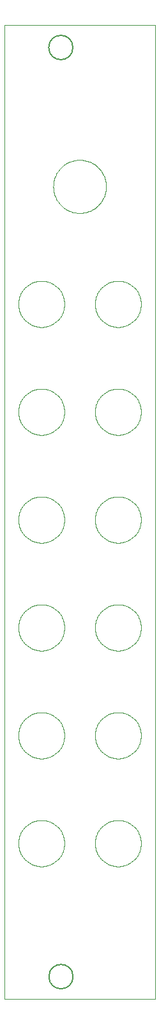
<source format=gbr>
%TF.GenerationSoftware,KiCad,Pcbnew,8.0.2*%
%TF.CreationDate,2025-07-19T14:21:41-07:00*%
%TF.ProjectId,ResFFB - Panel,52657346-4642-4202-9d20-50616e656c2e,rev?*%
%TF.SameCoordinates,Original*%
%TF.FileFunction,Profile,NP*%
%FSLAX46Y46*%
G04 Gerber Fmt 4.6, Leading zero omitted, Abs format (unit mm)*
G04 Created by KiCad (PCBNEW 8.0.2) date 2025-07-19 14:21:41*
%MOMM*%
%LPD*%
G01*
G04 APERTURE LIST*
%TA.AperFunction,Profile*%
%ADD10C,0.088194*%
%TD*%
%TA.AperFunction,Profile*%
%ADD11C,0.126999*%
%TD*%
%TA.AperFunction,Profile*%
%ADD12C,0.200000*%
%TD*%
G04 APERTURE END LIST*
D10*
X116838280Y-135382436D02*
X116993250Y-135394220D01*
X117145966Y-135413626D01*
X117296238Y-135440461D01*
X117443873Y-135474535D01*
X117588680Y-135515656D01*
X117730467Y-135563631D01*
X117869041Y-135618270D01*
X118004213Y-135679380D01*
X118135789Y-135746769D01*
X118263577Y-135820246D01*
X118387388Y-135899619D01*
X118507027Y-135984697D01*
X118622304Y-136075287D01*
X118733028Y-136171198D01*
X118839005Y-136272238D01*
X118940046Y-136378216D01*
X119035957Y-136488939D01*
X119126547Y-136604217D01*
X119211624Y-136723856D01*
X119290998Y-136847666D01*
X119364475Y-136975455D01*
X119431864Y-137107030D01*
X119492973Y-137242201D01*
X119547612Y-137380775D01*
X119595587Y-137522562D01*
X119636707Y-137667368D01*
X119670781Y-137815002D01*
X119697617Y-137965273D01*
X119717023Y-138117989D01*
X119728807Y-138272958D01*
X119732778Y-138429989D01*
X119728807Y-138587020D01*
X119717023Y-138741990D01*
X119697617Y-138894706D01*
X119670781Y-139044978D01*
X119636707Y-139192613D01*
X119595587Y-139337420D01*
X119547612Y-139479206D01*
X119492973Y-139617781D01*
X119431864Y-139752952D01*
X119364475Y-139884527D01*
X119290998Y-140012316D01*
X119211624Y-140136126D01*
X119126547Y-140255765D01*
X119035957Y-140371042D01*
X118940046Y-140481766D01*
X118839005Y-140587743D01*
X118733028Y-140688783D01*
X118622304Y-140784694D01*
X118507027Y-140875284D01*
X118387388Y-140960361D01*
X118263577Y-141039734D01*
X118135789Y-141113211D01*
X118004213Y-141180600D01*
X117869041Y-141241709D01*
X117730467Y-141296347D01*
X117588680Y-141344322D01*
X117443873Y-141385443D01*
X117296238Y-141419517D01*
X117145966Y-141446352D01*
X116993250Y-141465758D01*
X116838280Y-141477542D01*
X116681249Y-141481513D01*
X116524218Y-141477542D01*
X116369248Y-141465758D01*
X116216531Y-141446352D01*
X116066260Y-141419517D01*
X115918625Y-141385443D01*
X115773818Y-141344322D01*
X115632031Y-141296347D01*
X115493457Y-141241709D01*
X115358285Y-141180600D01*
X115226710Y-141113211D01*
X115098921Y-141039734D01*
X114975111Y-140960361D01*
X114855471Y-140875284D01*
X114740194Y-140784694D01*
X114629471Y-140688783D01*
X114523493Y-140587743D01*
X114422453Y-140481766D01*
X114326542Y-140371042D01*
X114235952Y-140255765D01*
X114150874Y-140136126D01*
X114071501Y-140012316D01*
X113998024Y-139884527D01*
X113930635Y-139752952D01*
X113869525Y-139617781D01*
X113814887Y-139479206D01*
X113766912Y-139337420D01*
X113725791Y-139192613D01*
X113691717Y-139044978D01*
X113664882Y-138894706D01*
X113645476Y-138741990D01*
X113633692Y-138587020D01*
X113629721Y-138429989D01*
X113633692Y-138272958D01*
X113645476Y-138117989D01*
X113664882Y-137965273D01*
X113691717Y-137815002D01*
X113725791Y-137667368D01*
X113766912Y-137522562D01*
X113814887Y-137380775D01*
X113869525Y-137242201D01*
X113930635Y-137107030D01*
X113998024Y-136975455D01*
X114071501Y-136847666D01*
X114150874Y-136723856D01*
X114235952Y-136604217D01*
X114326542Y-136488939D01*
X114422453Y-136378216D01*
X114523493Y-136272238D01*
X114629471Y-136171198D01*
X114740194Y-136075287D01*
X114855471Y-135984697D01*
X114975111Y-135899619D01*
X115098921Y-135820246D01*
X115226710Y-135746769D01*
X115358285Y-135679380D01*
X115493457Y-135618270D01*
X115632031Y-135563631D01*
X115773818Y-135515656D01*
X115918625Y-135474535D01*
X116066260Y-135440461D01*
X116216531Y-135413626D01*
X116369248Y-135394220D01*
X116524218Y-135382436D01*
X116681249Y-135378465D01*
X116838280Y-135382436D01*
D11*
X121598971Y-158979295D02*
X101600000Y-158979295D01*
X101600000Y-30480000D01*
X121598971Y-30480000D01*
X121598971Y-158979295D01*
D10*
X106678281Y-78486439D02*
X106833251Y-78498223D01*
X106985967Y-78517629D01*
X107136239Y-78544465D01*
X107283874Y-78578539D01*
X107428681Y-78619659D01*
X107570467Y-78667634D01*
X107709042Y-78722272D01*
X107844213Y-78783382D01*
X107975789Y-78850771D01*
X108103578Y-78924248D01*
X108227388Y-79003620D01*
X108347027Y-79088698D01*
X108462305Y-79179288D01*
X108573028Y-79275198D01*
X108679005Y-79376238D01*
X108780046Y-79482216D01*
X108875957Y-79592939D01*
X108966547Y-79708216D01*
X109051624Y-79827855D01*
X109130997Y-79951665D01*
X109204474Y-80079454D01*
X109271863Y-80211030D01*
X109332973Y-80346201D01*
X109387611Y-80484775D01*
X109435586Y-80626562D01*
X109476707Y-80771368D01*
X109510781Y-80919003D01*
X109537617Y-81069275D01*
X109557022Y-81221992D01*
X109568807Y-81376961D01*
X109572777Y-81533993D01*
X109568807Y-81691024D01*
X109557022Y-81845995D01*
X109537617Y-81998712D01*
X109510781Y-82148984D01*
X109476707Y-82296619D01*
X109435586Y-82441426D01*
X109387611Y-82583213D01*
X109332973Y-82721788D01*
X109271863Y-82856959D01*
X109204474Y-82988535D01*
X109130997Y-83116324D01*
X109051624Y-83240134D01*
X108966547Y-83359773D01*
X108875957Y-83475051D01*
X108780046Y-83585774D01*
X108679005Y-83691751D01*
X108573028Y-83792791D01*
X108462305Y-83888702D01*
X108347027Y-83979292D01*
X108227388Y-84064370D01*
X108103578Y-84143743D01*
X107975789Y-84217220D01*
X107844213Y-84284609D01*
X107709042Y-84345718D01*
X107570467Y-84400356D01*
X107428681Y-84448331D01*
X107283874Y-84489452D01*
X107136239Y-84523526D01*
X106985967Y-84550361D01*
X106833251Y-84569767D01*
X106678281Y-84581551D01*
X106521250Y-84585522D01*
X106364219Y-84581551D01*
X106209249Y-84569767D01*
X106056532Y-84550361D01*
X105906261Y-84523526D01*
X105758626Y-84489452D01*
X105613819Y-84448331D01*
X105472032Y-84400356D01*
X105333458Y-84345718D01*
X105198286Y-84284609D01*
X105066711Y-84217220D01*
X104938922Y-84143743D01*
X104815112Y-84064370D01*
X104695472Y-83979292D01*
X104580195Y-83888702D01*
X104469472Y-83792791D01*
X104363494Y-83691751D01*
X104262454Y-83585774D01*
X104166543Y-83475051D01*
X104075953Y-83359773D01*
X103990875Y-83240134D01*
X103911502Y-83116324D01*
X103838025Y-82988535D01*
X103770636Y-82856959D01*
X103709526Y-82721788D01*
X103654888Y-82583213D01*
X103606913Y-82441426D01*
X103565792Y-82296619D01*
X103531718Y-82148984D01*
X103504883Y-81998712D01*
X103485477Y-81845995D01*
X103473693Y-81691024D01*
X103469722Y-81533993D01*
X103473693Y-81376961D01*
X103485477Y-81221992D01*
X103504883Y-81069275D01*
X103531718Y-80919003D01*
X103565792Y-80771368D01*
X103606913Y-80626562D01*
X103654888Y-80484775D01*
X103709526Y-80346201D01*
X103770636Y-80211030D01*
X103838025Y-80079454D01*
X103911502Y-79951665D01*
X103990875Y-79827855D01*
X104075953Y-79708216D01*
X104166543Y-79592939D01*
X104262454Y-79482216D01*
X104363494Y-79376238D01*
X104469472Y-79275198D01*
X104580195Y-79179288D01*
X104695472Y-79088698D01*
X104815112Y-79003620D01*
X104938922Y-78924248D01*
X105066711Y-78850771D01*
X105198286Y-78783382D01*
X105333458Y-78722272D01*
X105472032Y-78667634D01*
X105613819Y-78619659D01*
X105758626Y-78578539D01*
X105906261Y-78544465D01*
X106056532Y-78517629D01*
X106209249Y-78498223D01*
X106364219Y-78486439D01*
X106521250Y-78482469D01*
X106678281Y-78486439D01*
X116838280Y-78486439D02*
X116993250Y-78498223D01*
X117145966Y-78517629D01*
X117296238Y-78544465D01*
X117443873Y-78578539D01*
X117588680Y-78619659D01*
X117730467Y-78667634D01*
X117869041Y-78722272D01*
X118004213Y-78783382D01*
X118135789Y-78850771D01*
X118263577Y-78924248D01*
X118387388Y-79003620D01*
X118507027Y-79088698D01*
X118622304Y-79179288D01*
X118733028Y-79275198D01*
X118839005Y-79376238D01*
X118940046Y-79482216D01*
X119035957Y-79592939D01*
X119126547Y-79708216D01*
X119211624Y-79827855D01*
X119290998Y-79951665D01*
X119364475Y-80079454D01*
X119431864Y-80211030D01*
X119492973Y-80346201D01*
X119547612Y-80484775D01*
X119595587Y-80626562D01*
X119636707Y-80771368D01*
X119670781Y-80919003D01*
X119697617Y-81069275D01*
X119717023Y-81221992D01*
X119728807Y-81376961D01*
X119732778Y-81533993D01*
X119728807Y-81691024D01*
X119717023Y-81845995D01*
X119697617Y-81998712D01*
X119670781Y-82148984D01*
X119636707Y-82296619D01*
X119595587Y-82441426D01*
X119547612Y-82583213D01*
X119492973Y-82721788D01*
X119431864Y-82856959D01*
X119364475Y-82988535D01*
X119290998Y-83116324D01*
X119211624Y-83240134D01*
X119126547Y-83359773D01*
X119035957Y-83475051D01*
X118940046Y-83585774D01*
X118839005Y-83691751D01*
X118733028Y-83792791D01*
X118622304Y-83888702D01*
X118507027Y-83979292D01*
X118387388Y-84064370D01*
X118263577Y-84143743D01*
X118135789Y-84217220D01*
X118004213Y-84284609D01*
X117869041Y-84345718D01*
X117730467Y-84400356D01*
X117588680Y-84448331D01*
X117443873Y-84489452D01*
X117296238Y-84523526D01*
X117145966Y-84550361D01*
X116993250Y-84569767D01*
X116838280Y-84581551D01*
X116681249Y-84585522D01*
X116524218Y-84581551D01*
X116369248Y-84569767D01*
X116216531Y-84550361D01*
X116066260Y-84523526D01*
X115918625Y-84489452D01*
X115773818Y-84448331D01*
X115632031Y-84400356D01*
X115493457Y-84345718D01*
X115358285Y-84284609D01*
X115226710Y-84217220D01*
X115098921Y-84143743D01*
X114975111Y-84064370D01*
X114855471Y-83979292D01*
X114740194Y-83888702D01*
X114629471Y-83792791D01*
X114523493Y-83691751D01*
X114422453Y-83585774D01*
X114326542Y-83475051D01*
X114235952Y-83359773D01*
X114150874Y-83240134D01*
X114071501Y-83116324D01*
X113998024Y-82988535D01*
X113930635Y-82856959D01*
X113869525Y-82721788D01*
X113814887Y-82583213D01*
X113766912Y-82441426D01*
X113725791Y-82296619D01*
X113691717Y-82148984D01*
X113664882Y-81998712D01*
X113645476Y-81845995D01*
X113633692Y-81691024D01*
X113629721Y-81533993D01*
X113633692Y-81376961D01*
X113645476Y-81221992D01*
X113664882Y-81069275D01*
X113691717Y-80919003D01*
X113725791Y-80771368D01*
X113766912Y-80626562D01*
X113814887Y-80484775D01*
X113869525Y-80346201D01*
X113930635Y-80211030D01*
X113998024Y-80079454D01*
X114071501Y-79951665D01*
X114150874Y-79827855D01*
X114235952Y-79708216D01*
X114326542Y-79592939D01*
X114422453Y-79482216D01*
X114523493Y-79376238D01*
X114629471Y-79275198D01*
X114740194Y-79179288D01*
X114855471Y-79088698D01*
X114975111Y-79003620D01*
X115098921Y-78924248D01*
X115226710Y-78850771D01*
X115358285Y-78783382D01*
X115493457Y-78722272D01*
X115632031Y-78667634D01*
X115773818Y-78619659D01*
X115918625Y-78578539D01*
X116066260Y-78544465D01*
X116216531Y-78517629D01*
X116369248Y-78498223D01*
X116524218Y-78486439D01*
X116681249Y-78482469D01*
X116838280Y-78486439D01*
X106678281Y-92710444D02*
X106833251Y-92722228D01*
X106985967Y-92741633D01*
X107136239Y-92768469D01*
X107283874Y-92802543D01*
X107428681Y-92843663D01*
X107570467Y-92891638D01*
X107709042Y-92946276D01*
X107844213Y-93007386D01*
X107975789Y-93074775D01*
X108103578Y-93148252D01*
X108227388Y-93227625D01*
X108347027Y-93312702D01*
X108462305Y-93403292D01*
X108573028Y-93499203D01*
X108679005Y-93600243D01*
X108780046Y-93706220D01*
X108875957Y-93816943D01*
X108966547Y-93932220D01*
X109051624Y-94051860D01*
X109130997Y-94175669D01*
X109204474Y-94303458D01*
X109271863Y-94435034D01*
X109332973Y-94570205D01*
X109387611Y-94708779D01*
X109435586Y-94850566D01*
X109476707Y-94995372D01*
X109510781Y-95143007D01*
X109537617Y-95293279D01*
X109557022Y-95445996D01*
X109568807Y-95600966D01*
X109572777Y-95757997D01*
X109568807Y-95915028D01*
X109557022Y-96069998D01*
X109537617Y-96222714D01*
X109510781Y-96372986D01*
X109476707Y-96520621D01*
X109435586Y-96665428D01*
X109387611Y-96807214D01*
X109332973Y-96945789D01*
X109271863Y-97080960D01*
X109204474Y-97212536D01*
X109130997Y-97340324D01*
X109051624Y-97464134D01*
X108966547Y-97583773D01*
X108875957Y-97699050D01*
X108780046Y-97809774D01*
X108679005Y-97915751D01*
X108573028Y-98016791D01*
X108462305Y-98112702D01*
X108347027Y-98203292D01*
X108227388Y-98288369D01*
X108103578Y-98367742D01*
X107975789Y-98441219D01*
X107844213Y-98508608D01*
X107709042Y-98569717D01*
X107570467Y-98624355D01*
X107428681Y-98672330D01*
X107283874Y-98713451D01*
X107136239Y-98747525D01*
X106985967Y-98774360D01*
X106833251Y-98793766D01*
X106678281Y-98805550D01*
X106521250Y-98809521D01*
X106364219Y-98805550D01*
X106209249Y-98793766D01*
X106056532Y-98774360D01*
X105906261Y-98747525D01*
X105758626Y-98713451D01*
X105613819Y-98672330D01*
X105472032Y-98624355D01*
X105333458Y-98569717D01*
X105198286Y-98508608D01*
X105066711Y-98441219D01*
X104938922Y-98367742D01*
X104815112Y-98288369D01*
X104695472Y-98203292D01*
X104580195Y-98112702D01*
X104469472Y-98016791D01*
X104363494Y-97915751D01*
X104262454Y-97809774D01*
X104166543Y-97699050D01*
X104075953Y-97583773D01*
X103990875Y-97464134D01*
X103911502Y-97340324D01*
X103838025Y-97212536D01*
X103770636Y-97080960D01*
X103709526Y-96945789D01*
X103654888Y-96807214D01*
X103606913Y-96665428D01*
X103565792Y-96520621D01*
X103531718Y-96372986D01*
X103504883Y-96222714D01*
X103485477Y-96069998D01*
X103473693Y-95915028D01*
X103469722Y-95757997D01*
X103473693Y-95600966D01*
X103485477Y-95445996D01*
X103504883Y-95293279D01*
X103531718Y-95143007D01*
X103565792Y-94995372D01*
X103606913Y-94850566D01*
X103654888Y-94708779D01*
X103709526Y-94570205D01*
X103770636Y-94435034D01*
X103838025Y-94303458D01*
X103911502Y-94175669D01*
X103990875Y-94051860D01*
X104075953Y-93932220D01*
X104166543Y-93816943D01*
X104262454Y-93706220D01*
X104363494Y-93600243D01*
X104469472Y-93499203D01*
X104580195Y-93403292D01*
X104695472Y-93312702D01*
X104815112Y-93227625D01*
X104938922Y-93148252D01*
X105066711Y-93074775D01*
X105198286Y-93007386D01*
X105333458Y-92946276D01*
X105472032Y-92891638D01*
X105613819Y-92843663D01*
X105758626Y-92802543D01*
X105906261Y-92768469D01*
X106056532Y-92741633D01*
X106209249Y-92722228D01*
X106364219Y-92710444D01*
X106521250Y-92706473D01*
X106678281Y-92710444D01*
X106678281Y-106934437D02*
X106833251Y-106946222D01*
X106985967Y-106965627D01*
X107136239Y-106992463D01*
X107283874Y-107026537D01*
X107428681Y-107067657D01*
X107570467Y-107115632D01*
X107709042Y-107170270D01*
X107844213Y-107231380D01*
X107975789Y-107298769D01*
X108103578Y-107372246D01*
X108227388Y-107451619D01*
X108347027Y-107536696D01*
X108462305Y-107627286D01*
X108573028Y-107723197D01*
X108679005Y-107824237D01*
X108780046Y-107930215D01*
X108875957Y-108040938D01*
X108966547Y-108156215D01*
X109051624Y-108275855D01*
X109130997Y-108399665D01*
X109204474Y-108527454D01*
X109271863Y-108659030D01*
X109332973Y-108794201D01*
X109387611Y-108932776D01*
X109435586Y-109074563D01*
X109476707Y-109219369D01*
X109510781Y-109367005D01*
X109537617Y-109517277D01*
X109557022Y-109669994D01*
X109568807Y-109824964D01*
X109572777Y-109981996D01*
X109568807Y-110139027D01*
X109557022Y-110293997D01*
X109537617Y-110446713D01*
X109510781Y-110596985D01*
X109476707Y-110744620D01*
X109435586Y-110889427D01*
X109387611Y-111031213D01*
X109332973Y-111169788D01*
X109271863Y-111304959D01*
X109204474Y-111436535D01*
X109130997Y-111564323D01*
X109051624Y-111688133D01*
X108966547Y-111807772D01*
X108875957Y-111923050D01*
X108780046Y-112033773D01*
X108679005Y-112139750D01*
X108573028Y-112240790D01*
X108462305Y-112336701D01*
X108347027Y-112427291D01*
X108227388Y-112512368D01*
X108103578Y-112591741D01*
X107975789Y-112665218D01*
X107844213Y-112732607D01*
X107709042Y-112793716D01*
X107570467Y-112848354D01*
X107428681Y-112896329D01*
X107283874Y-112937450D01*
X107136239Y-112971524D01*
X106985967Y-112998359D01*
X106833251Y-113017765D01*
X106678281Y-113029549D01*
X106521250Y-113033520D01*
X106364219Y-113029549D01*
X106209249Y-113017765D01*
X106056532Y-112998359D01*
X105906261Y-112971524D01*
X105758626Y-112937450D01*
X105613819Y-112896329D01*
X105472032Y-112848354D01*
X105333458Y-112793716D01*
X105198286Y-112732607D01*
X105066711Y-112665218D01*
X104938922Y-112591741D01*
X104815112Y-112512368D01*
X104695472Y-112427291D01*
X104580195Y-112336701D01*
X104469472Y-112240790D01*
X104363494Y-112139750D01*
X104262454Y-112033773D01*
X104166543Y-111923050D01*
X104075953Y-111807772D01*
X103990875Y-111688133D01*
X103911502Y-111564323D01*
X103838025Y-111436535D01*
X103770636Y-111304959D01*
X103709526Y-111169788D01*
X103654888Y-111031213D01*
X103606913Y-110889427D01*
X103565792Y-110744620D01*
X103531718Y-110596985D01*
X103504883Y-110446713D01*
X103485477Y-110293997D01*
X103473693Y-110139027D01*
X103469722Y-109981996D01*
X103473693Y-109824964D01*
X103485477Y-109669994D01*
X103504883Y-109517277D01*
X103531718Y-109367005D01*
X103565792Y-109219369D01*
X103606913Y-109074563D01*
X103654888Y-108932776D01*
X103709526Y-108794201D01*
X103770636Y-108659030D01*
X103838025Y-108527454D01*
X103911502Y-108399665D01*
X103990875Y-108275855D01*
X104075953Y-108156215D01*
X104166543Y-108040938D01*
X104262454Y-107930215D01*
X104363494Y-107824237D01*
X104469472Y-107723197D01*
X104580195Y-107627286D01*
X104695472Y-107536696D01*
X104815112Y-107451619D01*
X104938922Y-107372246D01*
X105066711Y-107298769D01*
X105198286Y-107231380D01*
X105333458Y-107170270D01*
X105472032Y-107115632D01*
X105613819Y-107067657D01*
X105758626Y-107026537D01*
X105906261Y-106992463D01*
X106056532Y-106965627D01*
X106209249Y-106946222D01*
X106364219Y-106934437D01*
X106521250Y-106930467D01*
X106678281Y-106934437D01*
X106678281Y-64262440D02*
X106833251Y-64274225D01*
X106985967Y-64293630D01*
X107136239Y-64320466D01*
X107283874Y-64354540D01*
X107428681Y-64395661D01*
X107570467Y-64443636D01*
X107709042Y-64498274D01*
X107844213Y-64559384D01*
X107975789Y-64626773D01*
X108103578Y-64700250D01*
X108227388Y-64779624D01*
X108347027Y-64864701D01*
X108462305Y-64955291D01*
X108573028Y-65051203D01*
X108679005Y-65152243D01*
X108780046Y-65258221D01*
X108875957Y-65368944D01*
X108966547Y-65484221D01*
X109051624Y-65603861D01*
X109130997Y-65727671D01*
X109204474Y-65855460D01*
X109271863Y-65987036D01*
X109332973Y-66122207D01*
X109387611Y-66260782D01*
X109435587Y-66402568D01*
X109476707Y-66547375D01*
X109510781Y-66695010D01*
X109537617Y-66845282D01*
X109557022Y-66997998D01*
X109568807Y-67152968D01*
X109572777Y-67309999D01*
X109568807Y-67467030D01*
X109557022Y-67621999D01*
X109537617Y-67774716D01*
X109510781Y-67924988D01*
X109476707Y-68072623D01*
X109435587Y-68217429D01*
X109387611Y-68359216D01*
X109332973Y-68497790D01*
X109271863Y-68632962D01*
X109204474Y-68764538D01*
X109130997Y-68892326D01*
X109051624Y-69016136D01*
X108966547Y-69135776D01*
X108875957Y-69251053D01*
X108780046Y-69361777D01*
X108679005Y-69467755D01*
X108573028Y-69568795D01*
X108462305Y-69664706D01*
X108347027Y-69755296D01*
X108227388Y-69840374D01*
X108103578Y-69919747D01*
X107975789Y-69993224D01*
X107844213Y-70060613D01*
X107709042Y-70121723D01*
X107570467Y-70176361D01*
X107428681Y-70224337D01*
X107283874Y-70265457D01*
X107136239Y-70299531D01*
X106985967Y-70326367D01*
X106833251Y-70345773D01*
X106678281Y-70357557D01*
X106521250Y-70361528D01*
X106364219Y-70357557D01*
X106209249Y-70345773D01*
X106056532Y-70326367D01*
X105906261Y-70299531D01*
X105758626Y-70265457D01*
X105613819Y-70224337D01*
X105472032Y-70176361D01*
X105333458Y-70121723D01*
X105198286Y-70060613D01*
X105066711Y-69993224D01*
X104938922Y-69919747D01*
X104815112Y-69840374D01*
X104695472Y-69755296D01*
X104580195Y-69664706D01*
X104469472Y-69568795D01*
X104363494Y-69467755D01*
X104262454Y-69361777D01*
X104166543Y-69251053D01*
X104075953Y-69135776D01*
X103990875Y-69016136D01*
X103911502Y-68892326D01*
X103838025Y-68764538D01*
X103770636Y-68632962D01*
X103709526Y-68497790D01*
X103654888Y-68359216D01*
X103606913Y-68217429D01*
X103565792Y-68072623D01*
X103531718Y-67924988D01*
X103504883Y-67774716D01*
X103485477Y-67621999D01*
X103473693Y-67467030D01*
X103469722Y-67309999D01*
X103473693Y-67152968D01*
X103485477Y-66997998D01*
X103504883Y-66845282D01*
X103531718Y-66695010D01*
X103565792Y-66547375D01*
X103606913Y-66402568D01*
X103654888Y-66260782D01*
X103709526Y-66122207D01*
X103770636Y-65987036D01*
X103838025Y-65855460D01*
X103911502Y-65727671D01*
X103990875Y-65603861D01*
X104075953Y-65484221D01*
X104166543Y-65368944D01*
X104262454Y-65258221D01*
X104363494Y-65152243D01*
X104469472Y-65051203D01*
X104580195Y-64955291D01*
X104695472Y-64864701D01*
X104815112Y-64779624D01*
X104938922Y-64700250D01*
X105066711Y-64626773D01*
X105198286Y-64559384D01*
X105333458Y-64498274D01*
X105472032Y-64443636D01*
X105613819Y-64395661D01*
X105758626Y-64354540D01*
X105906261Y-64320466D01*
X106056532Y-64293630D01*
X106209249Y-64274225D01*
X106364219Y-64262440D01*
X106521250Y-64258470D01*
X106678281Y-64262440D01*
X116838280Y-64262440D02*
X116993250Y-64274225D01*
X117145966Y-64293630D01*
X117296238Y-64320466D01*
X117443873Y-64354540D01*
X117588680Y-64395661D01*
X117730467Y-64443636D01*
X117869041Y-64498274D01*
X118004213Y-64559384D01*
X118135789Y-64626773D01*
X118263577Y-64700250D01*
X118387388Y-64779624D01*
X118507027Y-64864701D01*
X118622304Y-64955291D01*
X118733028Y-65051203D01*
X118839005Y-65152243D01*
X118940046Y-65258221D01*
X119035957Y-65368944D01*
X119126547Y-65484221D01*
X119211624Y-65603861D01*
X119290998Y-65727671D01*
X119364475Y-65855460D01*
X119431864Y-65987036D01*
X119492973Y-66122207D01*
X119547612Y-66260782D01*
X119595587Y-66402568D01*
X119636707Y-66547375D01*
X119670781Y-66695010D01*
X119697617Y-66845282D01*
X119717023Y-66997998D01*
X119728807Y-67152968D01*
X119732778Y-67309999D01*
X119728807Y-67467030D01*
X119717023Y-67621999D01*
X119697617Y-67774716D01*
X119670781Y-67924988D01*
X119636707Y-68072623D01*
X119595587Y-68217429D01*
X119547612Y-68359216D01*
X119492973Y-68497790D01*
X119431864Y-68632962D01*
X119364475Y-68764538D01*
X119290998Y-68892326D01*
X119211624Y-69016136D01*
X119126547Y-69135776D01*
X119035957Y-69251053D01*
X118940046Y-69361777D01*
X118839005Y-69467755D01*
X118733028Y-69568795D01*
X118622304Y-69664706D01*
X118507027Y-69755296D01*
X118387388Y-69840374D01*
X118263577Y-69919747D01*
X118135789Y-69993224D01*
X118004213Y-70060613D01*
X117869041Y-70121723D01*
X117730467Y-70176361D01*
X117588680Y-70224337D01*
X117443873Y-70265457D01*
X117296238Y-70299531D01*
X117145966Y-70326367D01*
X116993250Y-70345773D01*
X116838280Y-70357557D01*
X116681249Y-70361528D01*
X116524218Y-70357557D01*
X116369248Y-70345773D01*
X116216531Y-70326367D01*
X116066260Y-70299531D01*
X115918625Y-70265457D01*
X115773818Y-70224337D01*
X115632031Y-70176361D01*
X115493457Y-70121723D01*
X115358285Y-70060613D01*
X115226710Y-69993224D01*
X115098921Y-69919747D01*
X114975111Y-69840374D01*
X114855471Y-69755296D01*
X114740194Y-69664706D01*
X114629471Y-69568795D01*
X114523493Y-69467755D01*
X114422453Y-69361777D01*
X114326542Y-69251053D01*
X114235952Y-69135776D01*
X114150874Y-69016136D01*
X114071501Y-68892326D01*
X113998024Y-68764538D01*
X113930635Y-68632962D01*
X113869525Y-68497790D01*
X113814887Y-68359216D01*
X113766912Y-68217429D01*
X113725791Y-68072623D01*
X113691717Y-67924988D01*
X113664882Y-67774716D01*
X113645476Y-67621999D01*
X113633692Y-67467030D01*
X113629721Y-67309999D01*
X113633692Y-67152968D01*
X113645476Y-66997998D01*
X113664882Y-66845282D01*
X113691717Y-66695010D01*
X113725791Y-66547375D01*
X113766912Y-66402568D01*
X113814887Y-66260782D01*
X113869525Y-66122207D01*
X113930635Y-65987036D01*
X113998024Y-65855460D01*
X114071501Y-65727671D01*
X114150874Y-65603861D01*
X114235952Y-65484221D01*
X114326542Y-65368944D01*
X114422453Y-65258221D01*
X114523493Y-65152243D01*
X114629471Y-65051203D01*
X114740194Y-64955291D01*
X114855471Y-64864701D01*
X114975111Y-64779624D01*
X115098921Y-64700250D01*
X115226710Y-64626773D01*
X115358285Y-64559384D01*
X115493457Y-64498274D01*
X115632031Y-64443636D01*
X115773818Y-64395661D01*
X115918625Y-64354540D01*
X116066260Y-64320466D01*
X116216531Y-64293630D01*
X116369248Y-64274225D01*
X116524218Y-64262440D01*
X116681249Y-64258470D01*
X116838280Y-64262440D01*
D12*
X110718400Y-156006800D02*
G75*
G02*
X107518400Y-156006800I-1600000J0D01*
G01*
X107518400Y-156006800D02*
G75*
G02*
X110718400Y-156006800I1600000J0D01*
G01*
X110700000Y-33480000D02*
G75*
G02*
X107500000Y-33480000I-1600000J0D01*
G01*
X107500000Y-33480000D02*
G75*
G02*
X110700000Y-33480000I1600000J0D01*
G01*
D10*
X111777809Y-48320997D02*
X111955531Y-48334511D01*
X112130670Y-48356766D01*
X112303004Y-48387542D01*
X112472315Y-48426618D01*
X112638383Y-48473776D01*
X112800987Y-48528795D01*
X112959907Y-48591455D01*
X113114924Y-48661537D01*
X113265818Y-48738820D01*
X113412369Y-48823085D01*
X113554357Y-48914112D01*
X113691562Y-49011681D01*
X113823764Y-49115571D01*
X113950744Y-49225564D01*
X114072282Y-49341439D01*
X114188157Y-49462976D01*
X114298150Y-49589956D01*
X114402040Y-49722159D01*
X114499609Y-49859364D01*
X114590636Y-50001352D01*
X114674901Y-50147902D01*
X114752184Y-50298796D01*
X114822266Y-50453813D01*
X114884926Y-50612734D01*
X114939945Y-50775337D01*
X114987103Y-50941405D01*
X115026180Y-51110716D01*
X115056956Y-51283050D01*
X115079210Y-51458189D01*
X115092725Y-51635911D01*
X115097278Y-51815998D01*
X115092725Y-51996085D01*
X115079210Y-52173807D01*
X115056956Y-52348946D01*
X115026180Y-52521281D01*
X114987103Y-52690592D01*
X114939945Y-52856659D01*
X114884926Y-53019263D01*
X114822266Y-53178184D01*
X114752184Y-53333201D01*
X114674901Y-53484095D01*
X114590636Y-53630646D01*
X114499609Y-53772634D01*
X114402040Y-53909839D01*
X114298150Y-54042041D01*
X114188157Y-54169021D01*
X114072282Y-54290559D01*
X113950744Y-54406434D01*
X113823764Y-54516427D01*
X113691562Y-54620317D01*
X113554357Y-54717886D01*
X113412369Y-54808913D01*
X113265818Y-54893178D01*
X113114924Y-54970461D01*
X112959907Y-55040543D01*
X112800987Y-55103203D01*
X112638383Y-55158222D01*
X112472315Y-55205380D01*
X112303004Y-55244457D01*
X112130670Y-55275233D01*
X111955531Y-55297488D01*
X111777809Y-55311002D01*
X111597722Y-55315555D01*
X111417635Y-55311002D01*
X111239913Y-55297488D01*
X111064774Y-55275233D01*
X110892440Y-55244457D01*
X110723129Y-55205380D01*
X110557061Y-55158222D01*
X110394457Y-55103203D01*
X110235537Y-55040543D01*
X110080520Y-54970461D01*
X109929626Y-54893178D01*
X109783075Y-54808913D01*
X109641087Y-54717886D01*
X109503882Y-54620317D01*
X109371680Y-54516427D01*
X109244700Y-54406434D01*
X109123163Y-54290559D01*
X109007288Y-54169021D01*
X108897295Y-54042041D01*
X108793404Y-53909839D01*
X108695836Y-53772634D01*
X108604809Y-53630646D01*
X108520544Y-53484095D01*
X108443261Y-53333201D01*
X108373179Y-53178184D01*
X108310519Y-53019263D01*
X108255500Y-52856659D01*
X108208342Y-52690592D01*
X108169265Y-52521281D01*
X108138489Y-52348946D01*
X108116234Y-52173807D01*
X108102720Y-51996085D01*
X108098166Y-51815998D01*
X108102720Y-51635911D01*
X108116234Y-51458189D01*
X108138489Y-51283050D01*
X108169265Y-51110716D01*
X108208342Y-50941405D01*
X108255500Y-50775337D01*
X108310519Y-50612734D01*
X108373179Y-50453813D01*
X108443261Y-50298796D01*
X108520544Y-50147902D01*
X108604809Y-50001352D01*
X108695836Y-49859364D01*
X108793404Y-49722159D01*
X108897295Y-49589956D01*
X109007288Y-49462976D01*
X109123163Y-49341439D01*
X109244700Y-49225564D01*
X109371680Y-49115571D01*
X109503882Y-49011681D01*
X109641087Y-48914112D01*
X109783075Y-48823085D01*
X109929626Y-48738820D01*
X110080520Y-48661537D01*
X110235537Y-48591455D01*
X110394457Y-48528795D01*
X110557061Y-48473776D01*
X110723129Y-48426618D01*
X110892440Y-48387542D01*
X111064774Y-48356766D01*
X111239913Y-48334511D01*
X111417635Y-48320997D01*
X111597722Y-48316443D01*
X111777809Y-48320997D01*
X116838280Y-92710444D02*
X116993250Y-92722228D01*
X117145966Y-92741633D01*
X117296238Y-92768469D01*
X117443873Y-92802543D01*
X117588680Y-92843663D01*
X117730467Y-92891638D01*
X117869041Y-92946276D01*
X118004213Y-93007386D01*
X118135789Y-93074775D01*
X118263577Y-93148252D01*
X118387388Y-93227625D01*
X118507027Y-93312702D01*
X118622304Y-93403292D01*
X118733028Y-93499203D01*
X118839005Y-93600243D01*
X118940046Y-93706220D01*
X119035957Y-93816943D01*
X119126547Y-93932220D01*
X119211624Y-94051860D01*
X119290998Y-94175669D01*
X119364475Y-94303458D01*
X119431864Y-94435034D01*
X119492973Y-94570205D01*
X119547612Y-94708779D01*
X119595587Y-94850566D01*
X119636707Y-94995372D01*
X119670781Y-95143007D01*
X119697617Y-95293279D01*
X119717023Y-95445996D01*
X119728807Y-95600966D01*
X119732778Y-95757997D01*
X119728807Y-95915028D01*
X119717023Y-96069998D01*
X119697617Y-96222714D01*
X119670781Y-96372986D01*
X119636707Y-96520621D01*
X119595587Y-96665428D01*
X119547612Y-96807214D01*
X119492973Y-96945789D01*
X119431864Y-97080960D01*
X119364475Y-97212535D01*
X119290998Y-97340324D01*
X119211624Y-97464134D01*
X119126547Y-97583773D01*
X119035957Y-97699050D01*
X118940046Y-97809774D01*
X118839005Y-97915751D01*
X118733028Y-98016791D01*
X118622304Y-98112702D01*
X118507027Y-98203292D01*
X118387388Y-98288369D01*
X118263577Y-98367742D01*
X118135789Y-98441219D01*
X118004213Y-98508608D01*
X117869041Y-98569717D01*
X117730467Y-98624355D01*
X117588680Y-98672330D01*
X117443873Y-98713451D01*
X117296238Y-98747525D01*
X117145966Y-98774360D01*
X116993250Y-98793766D01*
X116838280Y-98805550D01*
X116681249Y-98809521D01*
X116524218Y-98805550D01*
X116369248Y-98793766D01*
X116216531Y-98774360D01*
X116066260Y-98747525D01*
X115918625Y-98713451D01*
X115773818Y-98672330D01*
X115632031Y-98624355D01*
X115493457Y-98569717D01*
X115358285Y-98508608D01*
X115226710Y-98441219D01*
X115098921Y-98367742D01*
X114975111Y-98288369D01*
X114855471Y-98203292D01*
X114740194Y-98112702D01*
X114629471Y-98016791D01*
X114523493Y-97915751D01*
X114422453Y-97809774D01*
X114326542Y-97699050D01*
X114235952Y-97583773D01*
X114150874Y-97464134D01*
X114071501Y-97340324D01*
X113998024Y-97212535D01*
X113930635Y-97080960D01*
X113869525Y-96945789D01*
X113814887Y-96807214D01*
X113766912Y-96665428D01*
X113725791Y-96520621D01*
X113691717Y-96372986D01*
X113664882Y-96222714D01*
X113645476Y-96069998D01*
X113633692Y-95915028D01*
X113629721Y-95757997D01*
X113633692Y-95600966D01*
X113645476Y-95445996D01*
X113664882Y-95293279D01*
X113691717Y-95143007D01*
X113725791Y-94995372D01*
X113766912Y-94850566D01*
X113814887Y-94708779D01*
X113869525Y-94570205D01*
X113930635Y-94435034D01*
X113998024Y-94303458D01*
X114071501Y-94175669D01*
X114150874Y-94051860D01*
X114235952Y-93932220D01*
X114326542Y-93816943D01*
X114422453Y-93706220D01*
X114523493Y-93600243D01*
X114629471Y-93499203D01*
X114740194Y-93403292D01*
X114855471Y-93312702D01*
X114975111Y-93227625D01*
X115098921Y-93148252D01*
X115226710Y-93074775D01*
X115358285Y-93007386D01*
X115493457Y-92946276D01*
X115632031Y-92891638D01*
X115773818Y-92843663D01*
X115918625Y-92802543D01*
X116066260Y-92768469D01*
X116216531Y-92741633D01*
X116369248Y-92722228D01*
X116524218Y-92710444D01*
X116681249Y-92706473D01*
X116838280Y-92710444D01*
X116838280Y-121158437D02*
X116993250Y-121170221D01*
X117145966Y-121189626D01*
X117296238Y-121216462D01*
X117443873Y-121250536D01*
X117588680Y-121291656D01*
X117730467Y-121339631D01*
X117869041Y-121394269D01*
X118004213Y-121455379D01*
X118135789Y-121522768D01*
X118263577Y-121596245D01*
X118387388Y-121675618D01*
X118507027Y-121760695D01*
X118622304Y-121851285D01*
X118733028Y-121947195D01*
X118839005Y-122048235D01*
X118940046Y-122154213D01*
X119035957Y-122264936D01*
X119126547Y-122380213D01*
X119211624Y-122499853D01*
X119290998Y-122623662D01*
X119364475Y-122751451D01*
X119431864Y-122883027D01*
X119492973Y-123018198D01*
X119547612Y-123156772D01*
X119595587Y-123298559D01*
X119636707Y-123443365D01*
X119670781Y-123591000D01*
X119697617Y-123741272D01*
X119717023Y-123893989D01*
X119728807Y-124048958D01*
X119732778Y-124205990D01*
X119728807Y-124363021D01*
X119717023Y-124517991D01*
X119697617Y-124670707D01*
X119670781Y-124820979D01*
X119636707Y-124968614D01*
X119595587Y-125113421D01*
X119547612Y-125255207D01*
X119492973Y-125393782D01*
X119431864Y-125528953D01*
X119364475Y-125660528D01*
X119290998Y-125788317D01*
X119211624Y-125912127D01*
X119126547Y-126031766D01*
X119035957Y-126147043D01*
X118940046Y-126257767D01*
X118839005Y-126363744D01*
X118733028Y-126464784D01*
X118622304Y-126560695D01*
X118507027Y-126651285D01*
X118387388Y-126736362D01*
X118263577Y-126815735D01*
X118135789Y-126889212D01*
X118004213Y-126956601D01*
X117869041Y-127017710D01*
X117730467Y-127072348D01*
X117588680Y-127120323D01*
X117443873Y-127161444D01*
X117296238Y-127195518D01*
X117145966Y-127222353D01*
X116993250Y-127241759D01*
X116838280Y-127253543D01*
X116681249Y-127257514D01*
X116524218Y-127253543D01*
X116369248Y-127241759D01*
X116216531Y-127222353D01*
X116066260Y-127195518D01*
X115918625Y-127161444D01*
X115773818Y-127120323D01*
X115632031Y-127072348D01*
X115493457Y-127017710D01*
X115358285Y-126956601D01*
X115226710Y-126889212D01*
X115098921Y-126815735D01*
X114975111Y-126736362D01*
X114855471Y-126651285D01*
X114740194Y-126560695D01*
X114629471Y-126464784D01*
X114523493Y-126363744D01*
X114422453Y-126257767D01*
X114326542Y-126147043D01*
X114235952Y-126031766D01*
X114150874Y-125912127D01*
X114071501Y-125788317D01*
X113998024Y-125660528D01*
X113930635Y-125528953D01*
X113869525Y-125393782D01*
X113814887Y-125255207D01*
X113766912Y-125113421D01*
X113725791Y-124968614D01*
X113691717Y-124820979D01*
X113664882Y-124670707D01*
X113645476Y-124517991D01*
X113633692Y-124363021D01*
X113629721Y-124205990D01*
X113633692Y-124048958D01*
X113645476Y-123893989D01*
X113664882Y-123741272D01*
X113691717Y-123591000D01*
X113725791Y-123443365D01*
X113766912Y-123298559D01*
X113814887Y-123156772D01*
X113869525Y-123018198D01*
X113930635Y-122883027D01*
X113998024Y-122751451D01*
X114071501Y-122623662D01*
X114150874Y-122499853D01*
X114235952Y-122380213D01*
X114326542Y-122264936D01*
X114422453Y-122154213D01*
X114523493Y-122048235D01*
X114629471Y-121947195D01*
X114740194Y-121851285D01*
X114855471Y-121760695D01*
X114975111Y-121675618D01*
X115098921Y-121596245D01*
X115226710Y-121522768D01*
X115358285Y-121455379D01*
X115493457Y-121394269D01*
X115632031Y-121339631D01*
X115773818Y-121291656D01*
X115918625Y-121250536D01*
X116066260Y-121216462D01*
X116216531Y-121189626D01*
X116369248Y-121170221D01*
X116524218Y-121158437D01*
X116681249Y-121154466D01*
X116838280Y-121158437D01*
X116838280Y-106934437D02*
X116993250Y-106946222D01*
X117145966Y-106965627D01*
X117296238Y-106992463D01*
X117443873Y-107026537D01*
X117588680Y-107067657D01*
X117730467Y-107115632D01*
X117869041Y-107170270D01*
X118004213Y-107231380D01*
X118135789Y-107298769D01*
X118263577Y-107372246D01*
X118387388Y-107451619D01*
X118507027Y-107536696D01*
X118622304Y-107627286D01*
X118733028Y-107723197D01*
X118839005Y-107824237D01*
X118940046Y-107930215D01*
X119035957Y-108040938D01*
X119126547Y-108156215D01*
X119211624Y-108275855D01*
X119290998Y-108399665D01*
X119364475Y-108527454D01*
X119431864Y-108659030D01*
X119492973Y-108794201D01*
X119547612Y-108932776D01*
X119595587Y-109074563D01*
X119636707Y-109219369D01*
X119670781Y-109367005D01*
X119697617Y-109517277D01*
X119717023Y-109669994D01*
X119728807Y-109824964D01*
X119732778Y-109981996D01*
X119728807Y-110139027D01*
X119717023Y-110293997D01*
X119697617Y-110446713D01*
X119670781Y-110596985D01*
X119636707Y-110744620D01*
X119595587Y-110889427D01*
X119547612Y-111031213D01*
X119492973Y-111169788D01*
X119431864Y-111304959D01*
X119364475Y-111436535D01*
X119290998Y-111564323D01*
X119211624Y-111688133D01*
X119126547Y-111807772D01*
X119035957Y-111923050D01*
X118940046Y-112033773D01*
X118839005Y-112139750D01*
X118733028Y-112240790D01*
X118622304Y-112336701D01*
X118507027Y-112427291D01*
X118387388Y-112512368D01*
X118263577Y-112591741D01*
X118135789Y-112665218D01*
X118004213Y-112732607D01*
X117869041Y-112793716D01*
X117730467Y-112848354D01*
X117588680Y-112896329D01*
X117443873Y-112937450D01*
X117296238Y-112971524D01*
X117145966Y-112998359D01*
X116993250Y-113017765D01*
X116838280Y-113029549D01*
X116681249Y-113033520D01*
X116524218Y-113029549D01*
X116369248Y-113017765D01*
X116216531Y-112998359D01*
X116066260Y-112971524D01*
X115918625Y-112937450D01*
X115773818Y-112896329D01*
X115632031Y-112848354D01*
X115493457Y-112793716D01*
X115358285Y-112732607D01*
X115226710Y-112665218D01*
X115098921Y-112591741D01*
X114975111Y-112512368D01*
X114855471Y-112427291D01*
X114740194Y-112336701D01*
X114629471Y-112240790D01*
X114523493Y-112139750D01*
X114422453Y-112033773D01*
X114326542Y-111923050D01*
X114235952Y-111807772D01*
X114150874Y-111688133D01*
X114071501Y-111564323D01*
X113998024Y-111436535D01*
X113930635Y-111304959D01*
X113869525Y-111169788D01*
X113814887Y-111031213D01*
X113766912Y-110889427D01*
X113725791Y-110744620D01*
X113691717Y-110596985D01*
X113664882Y-110446713D01*
X113645476Y-110293997D01*
X113633692Y-110139027D01*
X113629721Y-109981996D01*
X113633692Y-109824964D01*
X113645476Y-109669994D01*
X113664882Y-109517277D01*
X113691717Y-109367005D01*
X113725791Y-109219369D01*
X113766912Y-109074563D01*
X113814887Y-108932776D01*
X113869525Y-108794201D01*
X113930635Y-108659030D01*
X113998024Y-108527454D01*
X114071501Y-108399665D01*
X114150874Y-108275855D01*
X114235952Y-108156215D01*
X114326542Y-108040938D01*
X114422453Y-107930215D01*
X114523493Y-107824237D01*
X114629471Y-107723197D01*
X114740194Y-107627286D01*
X114855471Y-107536696D01*
X114975111Y-107451619D01*
X115098921Y-107372246D01*
X115226710Y-107298769D01*
X115358285Y-107231380D01*
X115493457Y-107170270D01*
X115632031Y-107115632D01*
X115773818Y-107067657D01*
X115918625Y-107026537D01*
X116066260Y-106992463D01*
X116216531Y-106965627D01*
X116369248Y-106946222D01*
X116524218Y-106934437D01*
X116681249Y-106930467D01*
X116838280Y-106934437D01*
X106678281Y-121158437D02*
X106833251Y-121170221D01*
X106985967Y-121189626D01*
X107136239Y-121216462D01*
X107283874Y-121250536D01*
X107428681Y-121291656D01*
X107570467Y-121339631D01*
X107709042Y-121394269D01*
X107844213Y-121455379D01*
X107975789Y-121522768D01*
X108103578Y-121596245D01*
X108227388Y-121675618D01*
X108347027Y-121760695D01*
X108462305Y-121851285D01*
X108573028Y-121947195D01*
X108679005Y-122048235D01*
X108780046Y-122154213D01*
X108875957Y-122264936D01*
X108966547Y-122380213D01*
X109051624Y-122499853D01*
X109130997Y-122623662D01*
X109204474Y-122751451D01*
X109271863Y-122883027D01*
X109332973Y-123018198D01*
X109387611Y-123156772D01*
X109435586Y-123298559D01*
X109476707Y-123443365D01*
X109510781Y-123591000D01*
X109537617Y-123741272D01*
X109557022Y-123893989D01*
X109568807Y-124048958D01*
X109572777Y-124205990D01*
X109568807Y-124363021D01*
X109557022Y-124517991D01*
X109537617Y-124670707D01*
X109510781Y-124820979D01*
X109476707Y-124968614D01*
X109435586Y-125113421D01*
X109387611Y-125255207D01*
X109332973Y-125393782D01*
X109271863Y-125528953D01*
X109204474Y-125660528D01*
X109130997Y-125788317D01*
X109051624Y-125912127D01*
X108966547Y-126031766D01*
X108875957Y-126147043D01*
X108780046Y-126257767D01*
X108679005Y-126363744D01*
X108573028Y-126464784D01*
X108462305Y-126560695D01*
X108347027Y-126651285D01*
X108227388Y-126736362D01*
X108103578Y-126815735D01*
X107975789Y-126889212D01*
X107844213Y-126956601D01*
X107709042Y-127017710D01*
X107570467Y-127072348D01*
X107428681Y-127120323D01*
X107283874Y-127161444D01*
X107136239Y-127195518D01*
X106985967Y-127222353D01*
X106833251Y-127241759D01*
X106678281Y-127253543D01*
X106521250Y-127257514D01*
X106364219Y-127253543D01*
X106209249Y-127241759D01*
X106056532Y-127222353D01*
X105906261Y-127195518D01*
X105758626Y-127161444D01*
X105613819Y-127120323D01*
X105472032Y-127072348D01*
X105333458Y-127017710D01*
X105198286Y-126956601D01*
X105066711Y-126889212D01*
X104938922Y-126815735D01*
X104815112Y-126736362D01*
X104695472Y-126651285D01*
X104580195Y-126560695D01*
X104469472Y-126464784D01*
X104363494Y-126363744D01*
X104262454Y-126257767D01*
X104166543Y-126147043D01*
X104075953Y-126031766D01*
X103990875Y-125912127D01*
X103911502Y-125788317D01*
X103838025Y-125660528D01*
X103770636Y-125528953D01*
X103709526Y-125393782D01*
X103654888Y-125255207D01*
X103606913Y-125113421D01*
X103565792Y-124968614D01*
X103531718Y-124820979D01*
X103504883Y-124670707D01*
X103485477Y-124517991D01*
X103473693Y-124363021D01*
X103469722Y-124205990D01*
X103473693Y-124048958D01*
X103485477Y-123893989D01*
X103504883Y-123741272D01*
X103531718Y-123591000D01*
X103565792Y-123443365D01*
X103606913Y-123298559D01*
X103654888Y-123156772D01*
X103709526Y-123018198D01*
X103770636Y-122883027D01*
X103838025Y-122751451D01*
X103911502Y-122623662D01*
X103990875Y-122499853D01*
X104075953Y-122380213D01*
X104166543Y-122264936D01*
X104262454Y-122154213D01*
X104363494Y-122048235D01*
X104469472Y-121947195D01*
X104580195Y-121851285D01*
X104695472Y-121760695D01*
X104815112Y-121675618D01*
X104938922Y-121596245D01*
X105066711Y-121522768D01*
X105198286Y-121455379D01*
X105333458Y-121394269D01*
X105472032Y-121339631D01*
X105613819Y-121291656D01*
X105758626Y-121250536D01*
X105906261Y-121216462D01*
X106056532Y-121189626D01*
X106209249Y-121170221D01*
X106364219Y-121158437D01*
X106521250Y-121154466D01*
X106678281Y-121158437D01*
X106678281Y-135382436D02*
X106833251Y-135394220D01*
X106985967Y-135413626D01*
X107136239Y-135440461D01*
X107283874Y-135474535D01*
X107428681Y-135515656D01*
X107570467Y-135563631D01*
X107709042Y-135618270D01*
X107844213Y-135679380D01*
X107975789Y-135746769D01*
X108103578Y-135820246D01*
X108227388Y-135899619D01*
X108347027Y-135984697D01*
X108462305Y-136075287D01*
X108573028Y-136171198D01*
X108679005Y-136272238D01*
X108780046Y-136378216D01*
X108875957Y-136488939D01*
X108966547Y-136604217D01*
X109051624Y-136723856D01*
X109130997Y-136847666D01*
X109204474Y-136975455D01*
X109271863Y-137107030D01*
X109332973Y-137242201D01*
X109387611Y-137380775D01*
X109435586Y-137522562D01*
X109476707Y-137667368D01*
X109510781Y-137815002D01*
X109537617Y-137965273D01*
X109557022Y-138117989D01*
X109568807Y-138272958D01*
X109572777Y-138429989D01*
X109568807Y-138587020D01*
X109557022Y-138741990D01*
X109537617Y-138894706D01*
X109510781Y-139044978D01*
X109476707Y-139192613D01*
X109435586Y-139337420D01*
X109387611Y-139479206D01*
X109332973Y-139617781D01*
X109271863Y-139752952D01*
X109204474Y-139884527D01*
X109130997Y-140012316D01*
X109051624Y-140136126D01*
X108966547Y-140255765D01*
X108875957Y-140371042D01*
X108780046Y-140481766D01*
X108679005Y-140587743D01*
X108573028Y-140688783D01*
X108462305Y-140784694D01*
X108347027Y-140875284D01*
X108227388Y-140960361D01*
X108103578Y-141039734D01*
X107975789Y-141113211D01*
X107844213Y-141180600D01*
X107709042Y-141241709D01*
X107570467Y-141296347D01*
X107428681Y-141344322D01*
X107283874Y-141385443D01*
X107136239Y-141419517D01*
X106985967Y-141446352D01*
X106833251Y-141465758D01*
X106678281Y-141477542D01*
X106521250Y-141481513D01*
X106364219Y-141477542D01*
X106209249Y-141465758D01*
X106056532Y-141446352D01*
X105906261Y-141419517D01*
X105758626Y-141385443D01*
X105613819Y-141344322D01*
X105472032Y-141296347D01*
X105333458Y-141241709D01*
X105198286Y-141180600D01*
X105066711Y-141113211D01*
X104938922Y-141039734D01*
X104815112Y-140960361D01*
X104695472Y-140875284D01*
X104580195Y-140784694D01*
X104469472Y-140688783D01*
X104363494Y-140587743D01*
X104262454Y-140481766D01*
X104166543Y-140371042D01*
X104075953Y-140255765D01*
X103990875Y-140136126D01*
X103911502Y-140012316D01*
X103838025Y-139884527D01*
X103770636Y-139752952D01*
X103709526Y-139617781D01*
X103654888Y-139479206D01*
X103606913Y-139337420D01*
X103565792Y-139192613D01*
X103531718Y-139044978D01*
X103504883Y-138894706D01*
X103485477Y-138741990D01*
X103473693Y-138587020D01*
X103469722Y-138429989D01*
X103473693Y-138272958D01*
X103485477Y-138117989D01*
X103504883Y-137965273D01*
X103531718Y-137815002D01*
X103565792Y-137667368D01*
X103606913Y-137522562D01*
X103654888Y-137380775D01*
X103709526Y-137242201D01*
X103770636Y-137107030D01*
X103838025Y-136975455D01*
X103911502Y-136847666D01*
X103990875Y-136723856D01*
X104075953Y-136604217D01*
X104166543Y-136488939D01*
X104262454Y-136378216D01*
X104363494Y-136272238D01*
X104469472Y-136171198D01*
X104580195Y-136075287D01*
X104695472Y-135984697D01*
X104815112Y-135899619D01*
X104938922Y-135820246D01*
X105066711Y-135746769D01*
X105198286Y-135679380D01*
X105333458Y-135618270D01*
X105472032Y-135563631D01*
X105613819Y-135515656D01*
X105758626Y-135474535D01*
X105906261Y-135440461D01*
X106056532Y-135413626D01*
X106209249Y-135394220D01*
X106364219Y-135382436D01*
X106521250Y-135378465D01*
X106678281Y-135382436D01*
M02*

</source>
